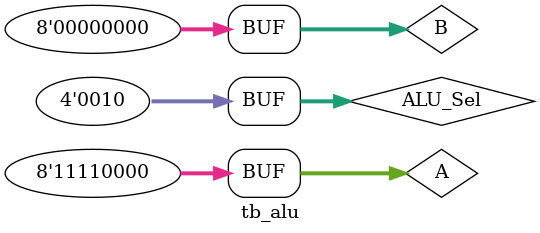
<source format=v>

module alu(
           input [7:0] A,B,  // ALU 8-bit Inputs                 
           input [3:0] ALU_Sel,// ALU Selection
           output [7:0] ALU_Out, // ALU 8-bit Output
           output CarryOut, // Carry Out Flag
 		   output Z, // Carry Out Flag
  		   output V // Carry Out Flag
    );
  reg [7:0] ALU_Result; reg Z,V;
    wire [8:0] tmp;
    assign ALU_Out = ALU_Result; // ALU out
    assign tmp = {1'b0,A} + {1'b0,B};
    assign CarryOut = tmp[8]; // Carryout flag
    always @(*)
    begin
        case(ALU_Sel)
        4'b0000: // Addition
           ALU_Result = A + B ; 
        4'b0001: // Subtraction
           ALU_Result = A - B ;
        4'b0010: // Multiplication
           ALU_Result = A * B;
        4'b0011: // Division
           ALU_Result = A/B;
        4'b0100: // Logical shift left
           ALU_Result = A<<1;
         4'b0101: // Logical shift right
           ALU_Result = A>>1;
         4'b0110: // Rotate left
           ALU_Result = {A[6:0],A[7]};
         4'b0111: // Rotate right
           ALU_Result = {A[0],A[7:1]};
          4'b1000: //  Logical and 
           ALU_Result = A & B;
          4'b1001: //  Logical or
           ALU_Result = A | B;
          4'b1010: //  Logical xor 
           ALU_Result = A ^ B;
          4'b1011: //  Logical nor
           ALU_Result = ~(A | B);
          4'b1100: // Logical nand 
           ALU_Result = ~(A & B);
          4'b1101: // Logical xnor
           ALU_Result = ~(A ^ B);
          4'b1110: // Greater comparison
           ALU_Result = (A>B)?8'd1:8'd0 ;
          4'b1111: // Equal comparison   
            ALU_Result = (A==B)?8'd1:8'd0 ;
          default: ALU_Result = A + B ; 
        endcase
      if (ALU_Result ==0) Z=1; else Z=0;
      if (A[7]==0 && B[7] ==0 && ALU_Result[7]==0) 
        if(ALU_Result[7]==0) V=0; else V=1; 
      else if ((A[7]==1 && B[7] ==1))
        if(ALU_Result[7]==1) V=0; else V=1;
      else V=0;
      
    end

endmodule

/////////////////////////////////////////////////////////////////////
// Code your testbench here
// or browse Examples
module tb_alu;
//Inputs
 reg[7:0] A,B;
 reg[3:0] ALU_Sel;

//Outputs
 wire[7:0] ALU_Out;
 wire CarryOut,V,Z;
 // Verilog code for ALU
 integer i;
 alu test_unit(
            A,B,  // ALU 8-bit Inputs                 
            ALU_Sel,// ALU Selection
            ALU_Out, // ALU 8-bit Output
            CarryOut, // Carry Out Flag
   			Z,
   			V
     );
    initial begin
    // hold reset state for 100 ns.
      A = 8'h0A;
      B = 4'h02;
      //ALU_Sel = 4'h0;
      
           
      A = 8'b11110000;
      B = 8'b00000000;
      ALU_Sel=0;
      #10;
        $monitor("ALU_Sel=%b, result=%b", ALU_Sel,ALU_Out);
       #10;
         ALU_Sel=1;
      #20;
        $monitor("ALU_Sel=%b, result=%b", ALU_Sel,ALU_Out);
       #10;
         ALU_Sel=2;
      #20;
      $monitor("ALU_Sel=%b, result=%b,  CarryOut=%b, V=%b, Z=%b", ALU_Sel,ALU_Out, CarryOut,V,Z);
     
    end
endmodule

</source>
